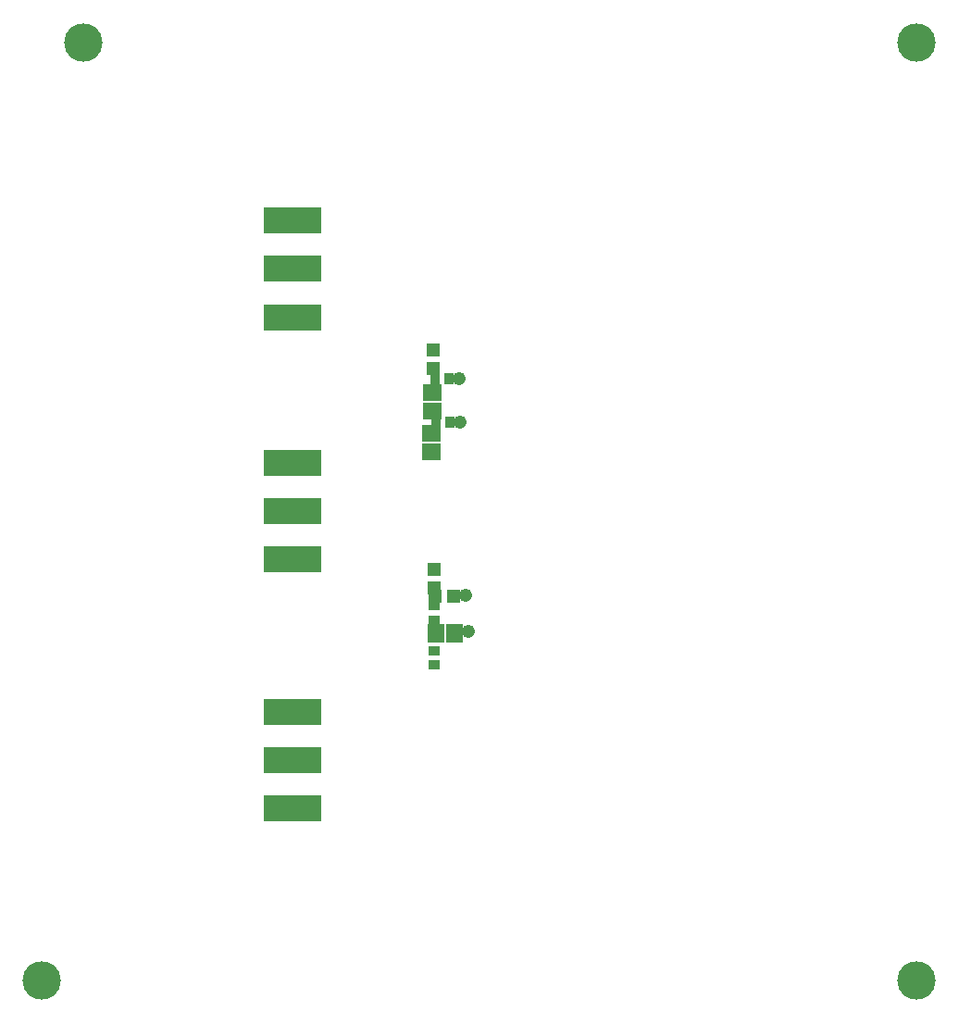
<source format=gts>
G75*
G70*
%OFA0B0*%
%FSLAX24Y24*%
%IPPOS*%
%LPD*%
%AMOC8*
5,1,8,0,0,1.08239X$1,22.5*
%
%ADD10C,0.1379*%
%ADD11R,0.2080X0.0980*%
%ADD12R,0.0474X0.0513*%
%ADD13R,0.0671X0.0592*%
%ADD14R,0.0513X0.0474*%
%ADD15R,0.0592X0.0671*%
%ADD16R,0.0434X0.0356*%
%ADD17R,0.0356X0.0434*%
%ADD18C,0.0476*%
D10*
X002170Y001331D03*
X033670Y001331D03*
X033670Y035081D03*
X003670Y035081D03*
D11*
X011195Y028693D03*
X011195Y026953D03*
X011195Y025213D03*
X011199Y019978D03*
X011199Y018238D03*
X011199Y016498D03*
X011178Y010994D03*
X011178Y009254D03*
X011178Y007514D03*
D12*
X016300Y015460D03*
X016300Y016130D03*
X016260Y023373D03*
X016260Y024042D03*
D13*
X016209Y022510D03*
X016209Y021841D03*
X016207Y021018D03*
X016207Y020348D03*
D14*
X016318Y015153D03*
X016987Y015153D03*
D15*
X017035Y013843D03*
X016366Y013843D03*
D16*
X016286Y014312D03*
X016286Y014824D03*
X016285Y013196D03*
X016285Y012685D03*
D17*
X016355Y021426D03*
X016867Y021426D03*
X016830Y023002D03*
X016318Y023002D03*
D18*
X017183Y023005D03*
X017213Y021435D03*
X017410Y015180D03*
X017519Y013880D03*
M02*

</source>
